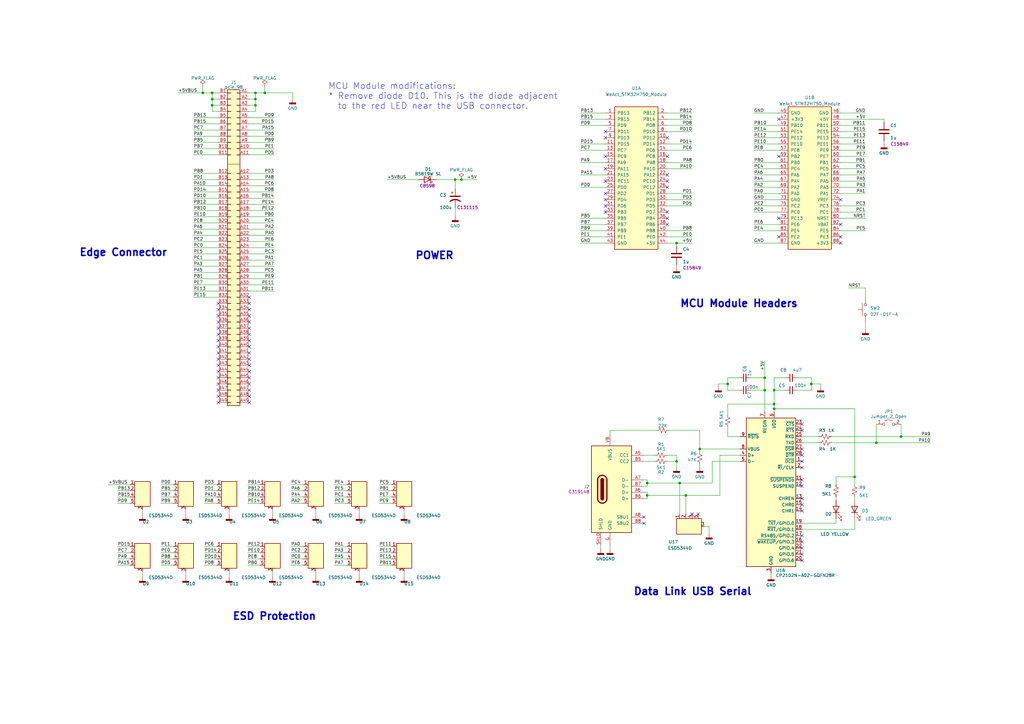
<source format=kicad_sch>
(kicad_sch (version 20230121) (generator eeschema)
  (paper "A3")
  (junction (at 104.775 43.18))
  (junction (at 265.43 203.2))
  (junction (at 298.45 157.48))
  (junction (at 265.43 198.12))
  (junction (at 332.74 157.48))
  (junction (at 108.585 38.1))
  (junction (at 350.52 195.58))
  (junction (at 313.69 154.94))
  (junction (at 317.5 160.02))
  (junction (at 186.69 73.66))
  (junction (at 313.69 160.02))
  (junction (at 278.765 198.12))
  (junction (at 369.57 179.07))
  (junction (at 104.775 38.1))
  (junction (at 287.02 184.15))
  (junction (at 86.995 38.1))
  (junction (at 83.185 38.1))
  (junction (at 277.495 189.23))
  (junction (at 104.775 40.64))
  (junction (at 277.495 99.695))
  (junction (at 359.41 181.61))
  (junction (at 189.23 73.66))
  (junction (at 86.995 43.18))
  (junction (at 317.5 165.735))
  (junction (at 281.305 203.2))
  (junction (at 86.995 40.64))
  (junction (at 317.5 167.64))
  (no_connect (at 89.535 160.02))
  (no_connect (at 89.535 152.4))
  (no_connect (at 328.93 222.25))
  (no_connect (at 273.685 71.755))
  (no_connect (at 283.845 210.82))
  (no_connect (at 344.805 81.915))
  (no_connect (at 102.235 162.56))
  (no_connect (at 89.535 144.78))
  (no_connect (at 102.235 139.7))
  (no_connect (at 89.535 132.08))
  (no_connect (at 248.285 86.995))
  (no_connect (at 102.235 149.86))
  (no_connect (at 344.805 99.695))
  (no_connect (at 328.93 196.85))
  (no_connect (at 89.535 149.86))
  (no_connect (at 328.93 191.77))
  (no_connect (at 344.805 97.155))
  (no_connect (at 248.285 56.515))
  (no_connect (at 248.285 69.215))
  (no_connect (at 89.535 137.16))
  (no_connect (at 273.685 92.075))
  (no_connect (at 248.285 64.135))
  (no_connect (at 319.405 89.535))
  (no_connect (at 328.93 224.79))
  (no_connect (at 328.93 184.15))
  (no_connect (at 102.235 142.24))
  (no_connect (at 89.535 162.56))
  (no_connect (at 89.535 142.24))
  (no_connect (at 89.535 147.32))
  (no_connect (at 102.235 134.62))
  (no_connect (at 89.535 129.54))
  (no_connect (at 89.535 124.46))
  (no_connect (at 102.235 147.32))
  (no_connect (at 319.405 48.895))
  (no_connect (at 273.685 76.835))
  (no_connect (at 102.235 157.48))
  (no_connect (at 248.285 74.295))
  (no_connect (at 102.235 137.16))
  (no_connect (at 286.385 210.82))
  (no_connect (at 328.93 209.55))
  (no_connect (at 328.93 186.69))
  (no_connect (at 89.535 157.48))
  (no_connect (at 102.235 121.92))
  (no_connect (at 102.235 165.1))
  (no_connect (at 248.285 81.915))
  (no_connect (at 102.235 124.46))
  (no_connect (at 264.16 214.63))
  (no_connect (at 328.93 207.01))
  (no_connect (at 328.93 173.99))
  (no_connect (at 102.235 127))
  (no_connect (at 328.93 204.47))
  (no_connect (at 328.93 219.71))
  (no_connect (at 102.235 154.94))
  (no_connect (at 248.285 79.375))
  (no_connect (at 319.405 64.135))
  (no_connect (at 328.93 176.53))
  (no_connect (at 328.93 199.39))
  (no_connect (at 273.685 86.995))
  (no_connect (at 328.93 227.33))
  (no_connect (at 328.93 229.87))
  (no_connect (at 102.235 132.08))
  (no_connect (at 102.235 152.4))
  (no_connect (at 273.685 74.295))
  (no_connect (at 273.685 64.135))
  (no_connect (at 102.235 144.78))
  (no_connect (at 89.535 139.7))
  (no_connect (at 264.16 212.09))
  (no_connect (at 344.805 92.075))
  (no_connect (at 273.685 89.535))
  (no_connect (at 102.235 160.02))
  (no_connect (at 319.405 97.155))
  (no_connect (at 89.535 154.94))
  (no_connect (at 248.285 53.975))
  (no_connect (at 89.535 134.62))
  (no_connect (at 248.285 84.455))
  (no_connect (at 328.93 189.23))
  (no_connect (at 89.535 127))
  (no_connect (at 89.535 165.1))
  (no_connect (at 273.685 56.515))
  (no_connect (at 102.235 129.54))
  (wire (pts (xy 102.235 88.9) (xy 112.395 88.9)))
  (wire (pts (xy 319.405 99.695) (xy 309.245 99.695)))
  (wire (pts (xy 319.405 53.975) (xy 309.245 53.975)))
  (wire (pts (xy 102.235 114.3) (xy 112.395 114.3)))
  (wire (pts (xy 274.32 176.53) (xy 287.02 176.53)))
  (wire (pts (xy 101.6 203.835) (xy 106.68 203.835)))
  (wire (pts (xy 66.04 201.295) (xy 71.12 201.295)))
  (wire (pts (xy 264.16 204.47) (xy 265.43 204.47)))
  (wire (pts (xy 248.285 51.435) (xy 238.125 51.435)))
  (wire (pts (xy 102.235 50.8) (xy 112.395 50.8)))
  (wire (pts (xy 250.19 176.53) (xy 250.19 177.8)))
  (wire (pts (xy 344.805 79.375) (xy 354.965 79.375)))
  (wire (pts (xy 347.98 118.11) (xy 354.965 118.11)))
  (wire (pts (xy 86.995 43.18) (xy 89.535 43.18)))
  (wire (pts (xy 328.93 217.17) (xy 350.52 217.17)))
  (wire (pts (xy 48.26 229.235) (xy 53.34 229.235)))
  (wire (pts (xy 317.5 165.735) (xy 317.5 167.64)))
  (wire (pts (xy 354.965 132.08) (xy 354.965 135.255)))
  (wire (pts (xy 79.375 73.66) (xy 89.535 73.66)))
  (wire (pts (xy 302.895 154.94) (xy 298.45 154.94)))
  (wire (pts (xy 155.575 229.235) (xy 160.655 229.235)))
  (wire (pts (xy 278.765 198.12) (xy 292.1 198.12)))
  (wire (pts (xy 155.575 224.155) (xy 160.655 224.155)))
  (wire (pts (xy 137.16 231.775) (xy 142.24 231.775)))
  (wire (pts (xy 344.805 84.455) (xy 354.965 84.455)))
  (wire (pts (xy 101.6 231.775) (xy 106.68 231.775)))
  (wire (pts (xy 79.375 106.68) (xy 89.535 106.68)))
  (wire (pts (xy 104.775 38.1) (xy 108.585 38.1)))
  (wire (pts (xy 79.375 86.36) (xy 89.535 86.36)))
  (wire (pts (xy 102.235 104.14) (xy 112.395 104.14)))
  (wire (pts (xy 344.805 61.595) (xy 354.965 61.595)))
  (wire (pts (xy 316.23 234.95) (xy 316.23 236.22)))
  (wire (pts (xy 344.805 46.355) (xy 354.965 46.355)))
  (wire (pts (xy 104.775 40.64) (xy 102.235 40.64)))
  (wire (pts (xy 369.57 173.99) (xy 369.57 179.07)))
  (wire (pts (xy 265.43 196.85) (xy 265.43 198.12)))
  (wire (pts (xy 79.375 114.3) (xy 89.535 114.3)))
  (wire (pts (xy 328.93 181.61) (xy 335.915 181.61)))
  (wire (pts (xy 102.235 55.88) (xy 112.395 55.88)))
  (wire (pts (xy 101.6 206.375) (xy 106.68 206.375)))
  (wire (pts (xy 342.9 214.63) (xy 342.9 212.725)))
  (wire (pts (xy 264.16 186.69) (xy 268.605 186.69)))
  (wire (pts (xy 332.74 154.94) (xy 332.74 157.48)))
  (wire (pts (xy 273.685 69.215) (xy 283.845 69.215)))
  (wire (pts (xy 66.04 203.835) (xy 71.12 203.835)))
  (wire (pts (xy 264.16 201.93) (xy 265.43 201.93)))
  (wire (pts (xy 76.2 234.315) (xy 76.2 236.855)))
  (wire (pts (xy 104.775 43.18) (xy 104.775 45.72)))
  (wire (pts (xy 104.775 38.1) (xy 104.775 40.64)))
  (wire (pts (xy 111.76 208.915) (xy 111.76 211.455)))
  (wire (pts (xy 83.82 231.775) (xy 88.9 231.775)))
  (wire (pts (xy 76.2 208.915) (xy 76.2 211.455)))
  (wire (pts (xy 342.9 195.58) (xy 342.9 198.755)))
  (wire (pts (xy 273.685 66.675) (xy 283.845 66.675)))
  (wire (pts (xy 248.285 99.695) (xy 238.125 99.695)))
  (wire (pts (xy 319.405 74.295) (xy 309.245 74.295)))
  (wire (pts (xy 369.57 179.07) (xy 381.635 179.07)))
  (wire (pts (xy 344.805 76.835) (xy 354.965 76.835)))
  (wire (pts (xy 278.765 198.12) (xy 278.765 210.82)))
  (wire (pts (xy 303.53 186.69) (xy 295.275 186.69)))
  (wire (pts (xy 102.235 111.76) (xy 112.395 111.76)))
  (wire (pts (xy 119.38 229.235) (xy 124.46 229.235)))
  (wire (pts (xy 137.16 229.235) (xy 142.24 229.235)))
  (wire (pts (xy 83.82 203.835) (xy 88.9 203.835)))
  (wire (pts (xy 265.43 201.93) (xy 265.43 203.2)))
  (wire (pts (xy 79.375 63.5) (xy 89.535 63.5)))
  (wire (pts (xy 137.16 206.375) (xy 142.24 206.375)))
  (wire (pts (xy 313.69 147.955) (xy 313.69 154.94)))
  (wire (pts (xy 248.285 97.155) (xy 238.125 97.155)))
  (wire (pts (xy 344.805 64.135) (xy 354.965 64.135)))
  (wire (pts (xy 93.98 234.315) (xy 93.98 236.855)))
  (wire (pts (xy 319.405 66.675) (xy 309.245 66.675)))
  (wire (pts (xy 277.495 108.585) (xy 277.495 109.855)))
  (wire (pts (xy 342.9 203.835) (xy 342.9 205.105)))
  (wire (pts (xy 250.19 223.52) (xy 250.19 225.425)))
  (wire (pts (xy 102.235 76.2) (xy 112.395 76.2)))
  (wire (pts (xy 344.805 51.435) (xy 354.965 51.435)))
  (wire (pts (xy 86.995 43.18) (xy 86.995 40.64)))
  (wire (pts (xy 129.54 208.915) (xy 129.54 211.455)))
  (wire (pts (xy 83.82 226.695) (xy 88.9 226.695)))
  (wire (pts (xy 179.07 73.66) (xy 186.69 73.66)))
  (wire (pts (xy 158.75 73.66) (xy 171.45 73.66)))
  (wire (pts (xy 248.285 46.355) (xy 238.125 46.355)))
  (wire (pts (xy 319.405 46.355) (xy 309.245 46.355)))
  (wire (pts (xy 119.38 226.695) (xy 124.46 226.695)))
  (wire (pts (xy 79.375 88.9) (xy 89.535 88.9)))
  (wire (pts (xy 359.41 181.61) (xy 381.635 181.61)))
  (wire (pts (xy 137.16 226.695) (xy 142.24 226.695)))
  (wire (pts (xy 79.375 81.28) (xy 89.535 81.28)))
  (wire (pts (xy 108.585 38.1) (xy 120.015 38.1)))
  (wire (pts (xy 119.38 203.835) (xy 124.46 203.835)))
  (wire (pts (xy 48.26 231.775) (xy 53.34 231.775)))
  (wire (pts (xy 73.025 38.1) (xy 83.185 38.1)))
  (wire (pts (xy 292.1 189.23) (xy 303.53 189.23)))
  (wire (pts (xy 189.23 73.66) (xy 195.58 73.66)))
  (wire (pts (xy 264.16 196.85) (xy 265.43 196.85)))
  (wire (pts (xy 119.38 206.375) (xy 124.46 206.375)))
  (wire (pts (xy 273.685 81.915) (xy 283.845 81.915)))
  (wire (pts (xy 102.235 93.98) (xy 112.395 93.98)))
  (wire (pts (xy 102.235 116.84) (xy 112.395 116.84)))
  (wire (pts (xy 288.925 215.9) (xy 290.83 215.9)))
  (wire (pts (xy 265.43 199.39) (xy 264.16 199.39)))
  (wire (pts (xy 344.805 74.295) (xy 354.965 74.295)))
  (wire (pts (xy 298.45 154.94) (xy 298.45 157.48)))
  (wire (pts (xy 186.69 73.66) (xy 186.69 77.47)))
  (wire (pts (xy 66.04 226.695) (xy 71.12 226.695)))
  (wire (pts (xy 102.235 78.74) (xy 112.395 78.74)))
  (wire (pts (xy 83.82 198.755) (xy 88.9 198.755)))
  (wire (pts (xy 119.38 198.755) (xy 124.46 198.755)))
  (wire (pts (xy 137.16 224.155) (xy 142.24 224.155)))
  (wire (pts (xy 186.69 73.66) (xy 189.23 73.66)))
  (wire (pts (xy 101.6 198.755) (xy 106.68 198.755)))
  (wire (pts (xy 79.375 58.42) (xy 89.535 58.42)))
  (wire (pts (xy 66.04 198.755) (xy 71.12 198.755)))
  (wire (pts (xy 265.43 203.2) (xy 281.305 203.2)))
  (wire (pts (xy 319.405 69.215) (xy 309.245 69.215)))
  (wire (pts (xy 104.775 40.64) (xy 104.775 43.18)))
  (wire (pts (xy 83.82 224.155) (xy 88.9 224.155)))
  (wire (pts (xy 248.285 48.895) (xy 238.125 48.895)))
  (wire (pts (xy 332.74 157.48) (xy 332.74 160.02)))
  (wire (pts (xy 79.375 121.92) (xy 89.535 121.92)))
  (wire (pts (xy 319.405 81.915) (xy 309.245 81.915)))
  (wire (pts (xy 165.735 234.315) (xy 165.735 236.855)))
  (wire (pts (xy 246.38 223.52) (xy 246.38 225.425)))
  (wire (pts (xy 102.235 63.5) (xy 112.395 63.5)))
  (wire (pts (xy 319.405 79.375) (xy 309.245 79.375)))
  (wire (pts (xy 344.805 86.995) (xy 354.965 86.995)))
  (wire (pts (xy 137.16 201.295) (xy 142.24 201.295)))
  (wire (pts (xy 83.82 229.235) (xy 88.9 229.235)))
  (wire (pts (xy 287.02 184.15) (xy 303.53 184.15)))
  (wire (pts (xy 350.52 217.17) (xy 350.52 212.725)))
  (wire (pts (xy 119.38 231.775) (xy 124.46 231.775)))
  (wire (pts (xy 137.16 203.835) (xy 142.24 203.835)))
  (wire (pts (xy 273.685 94.615) (xy 283.845 94.615)))
  (wire (pts (xy 248.285 66.675) (xy 238.125 66.675)))
  (wire (pts (xy 102.235 60.96) (xy 112.395 60.96)))
  (wire (pts (xy 48.26 201.295) (xy 53.34 201.295)))
  (wire (pts (xy 328.93 214.63) (xy 342.9 214.63)))
  (wire (pts (xy 336.55 158.75) (xy 336.55 157.48)))
  (wire (pts (xy 79.375 93.98) (xy 89.535 93.98)))
  (wire (pts (xy 102.235 53.34) (xy 112.395 53.34)))
  (wire (pts (xy 102.235 81.28) (xy 112.395 81.28)))
  (wire (pts (xy 102.235 91.44) (xy 112.395 91.44)))
  (wire (pts (xy 350.52 203.835) (xy 350.52 205.105)))
  (wire (pts (xy 290.83 215.9) (xy 290.83 219.075)))
  (wire (pts (xy 66.04 224.155) (xy 71.12 224.155)))
  (wire (pts (xy 102.235 119.38) (xy 112.395 119.38)))
  (wire (pts (xy 287.02 184.15) (xy 287.02 185.42)))
  (wire (pts (xy 265.43 203.2) (xy 265.43 204.47)))
  (wire (pts (xy 79.375 109.22) (xy 89.535 109.22)))
  (wire (pts (xy 48.26 226.695) (xy 53.34 226.695)))
  (wire (pts (xy 298.45 165.735) (xy 317.5 165.735)))
  (wire (pts (xy 292.1 198.12) (xy 292.1 189.23)))
  (wire (pts (xy 147.32 234.315) (xy 147.32 236.855)))
  (wire (pts (xy 328.93 179.07) (xy 335.915 179.07)))
  (wire (pts (xy 313.69 168.91) (xy 313.69 160.02)))
  (wire (pts (xy 58.42 208.915) (xy 58.42 211.455)))
  (wire (pts (xy 155.575 201.295) (xy 160.655 201.295)))
  (wire (pts (xy 344.805 69.215) (xy 354.965 69.215)))
  (wire (pts (xy 44.45 198.755) (xy 53.34 198.755)))
  (wire (pts (xy 79.375 53.34) (xy 89.535 53.34)))
  (wire (pts (xy 102.235 38.1) (xy 104.775 38.1)))
  (wire (pts (xy 350.52 167.64) (xy 350.52 195.58)))
  (wire (pts (xy 281.305 203.2) (xy 281.305 210.82)))
  (wire (pts (xy 317.5 160.02) (xy 321.945 160.02)))
  (wire (pts (xy 298.45 160.02) (xy 302.895 160.02)))
  (wire (pts (xy 340.995 181.61) (xy 359.41 181.61)))
  (wire (pts (xy 104.775 43.18) (xy 102.235 43.18)))
  (wire (pts (xy 287.02 190.5) (xy 287.02 191.77)))
  (wire (pts (xy 319.405 84.455) (xy 309.245 84.455)))
  (wire (pts (xy 336.55 157.48) (xy 332.74 157.48)))
  (wire (pts (xy 186.69 85.09) (xy 186.69 88.9)))
  (wire (pts (xy 58.42 234.315) (xy 58.42 236.855)))
  (wire (pts (xy 273.685 186.69) (xy 277.495 186.69)))
  (wire (pts (xy 108.585 35.56) (xy 108.585 38.1)))
  (wire (pts (xy 129.54 234.315) (xy 129.54 236.855)))
  (wire (pts (xy 273.685 79.375) (xy 283.845 79.375)))
  (wire (pts (xy 277.495 189.23) (xy 277.495 191.77)))
  (wire (pts (xy 287.02 176.53) (xy 287.02 184.15)))
  (wire (pts (xy 319.405 56.515) (xy 309.245 56.515)))
  (wire (pts (xy 101.6 201.295) (xy 106.68 201.295)))
  (wire (pts (xy 273.685 53.975) (xy 283.845 53.975)))
  (wire (pts (xy 273.685 84.455) (xy 283.845 84.455)))
  (wire (pts (xy 104.775 45.72) (xy 102.235 45.72)))
  (wire (pts (xy 101.6 224.155) (xy 106.68 224.155)))
  (wire (pts (xy 102.235 106.68) (xy 112.395 106.68)))
  (wire (pts (xy 269.24 176.53) (xy 250.19 176.53)))
  (wire (pts (xy 340.995 179.07) (xy 369.57 179.07)))
  (wire (pts (xy 277.495 99.695) (xy 277.495 100.965)))
  (wire (pts (xy 102.235 71.12) (xy 112.395 71.12)))
  (wire (pts (xy 48.26 206.375) (xy 53.34 206.375)))
  (wire (pts (xy 83.82 206.375) (xy 88.9 206.375)))
  (wire (pts (xy 102.235 48.26) (xy 112.395 48.26)))
  (wire (pts (xy 79.375 96.52) (xy 89.535 96.52)))
  (wire (pts (xy 281.305 203.2) (xy 295.275 203.2)))
  (wire (pts (xy 273.685 59.055) (xy 283.845 59.055)))
  (wire (pts (xy 317.5 167.64) (xy 350.52 167.64)))
  (wire (pts (xy 102.235 109.22) (xy 112.395 109.22)))
  (wire (pts (xy 362.585 48.895) (xy 362.585 50.165)))
  (wire (pts (xy 119.38 224.155) (xy 124.46 224.155)))
  (wire (pts (xy 66.04 229.235) (xy 71.12 229.235)))
  (wire (pts (xy 101.6 229.235) (xy 106.68 229.235)))
  (wire (pts (xy 327.025 160.02) (xy 332.74 160.02)))
  (wire (pts (xy 102.235 86.36) (xy 112.395 86.36)))
  (wire (pts (xy 102.235 99.06) (xy 112.395 99.06)))
  (wire (pts (xy 93.98 208.915) (xy 93.98 211.455)))
  (wire (pts (xy 248.285 61.595) (xy 238.125 61.595)))
  (wire (pts (xy 273.685 51.435) (xy 283.845 51.435)))
  (wire (pts (xy 344.805 66.675) (xy 354.965 66.675)))
  (wire (pts (xy 83.82 201.295) (xy 88.9 201.295)))
  (wire (pts (xy 319.405 59.055) (xy 309.245 59.055)))
  (wire (pts (xy 83.185 35.56) (xy 83.185 38.1)))
  (wire (pts (xy 66.04 206.375) (xy 71.12 206.375)))
  (wire (pts (xy 79.375 91.44) (xy 89.535 91.44)))
  (wire (pts (xy 79.375 119.38) (xy 89.535 119.38)))
  (wire (pts (xy 344.805 94.615) (xy 354.965 94.615)))
  (wire (pts (xy 313.69 160.02) (xy 313.69 154.94)))
  (wire (pts (xy 79.375 76.2) (xy 89.535 76.2)))
  (wire (pts (xy 248.285 76.835) (xy 238.125 76.835)))
  (wire (pts (xy 101.6 226.695) (xy 106.68 226.695)))
  (wire (pts (xy 319.405 92.075) (xy 309.245 92.075)))
  (wire (pts (xy 79.375 111.76) (xy 89.535 111.76)))
  (wire (pts (xy 344.805 89.535) (xy 354.965 89.535)))
  (wire (pts (xy 277.495 186.69) (xy 277.495 189.23)))
  (wire (pts (xy 248.285 94.615) (xy 238.125 94.615)))
  (wire (pts (xy 79.375 101.6) (xy 89.535 101.6)))
  (wire (pts (xy 307.975 160.02) (xy 313.69 160.02)))
  (wire (pts (xy 319.405 86.995) (xy 309.245 86.995)))
  (wire (pts (xy 344.805 56.515) (xy 354.965 56.515)))
  (wire (pts (xy 248.285 71.755) (xy 238.125 71.755)))
  (wire (pts (xy 48.26 224.155) (xy 53.34 224.155)))
  (wire (pts (xy 317.5 167.64) (xy 317.5 168.91)))
  (wire (pts (xy 79.375 71.12) (xy 89.535 71.12)))
  (wire (pts (xy 248.285 89.535) (xy 238.125 89.535)))
  (wire (pts (xy 79.375 83.82) (xy 89.535 83.82)))
  (wire (pts (xy 79.375 99.06) (xy 89.535 99.06)))
  (wire (pts (xy 86.995 38.1) (xy 89.535 38.1)))
  (wire (pts (xy 102.235 83.82) (xy 112.395 83.82)))
  (wire (pts (xy 265.43 198.12) (xy 278.765 198.12)))
  (wire (pts (xy 79.375 78.74) (xy 89.535 78.74)))
  (wire (pts (xy 83.185 38.1) (xy 86.995 38.1)))
  (wire (pts (xy 155.575 206.375) (xy 160.655 206.375)))
  (wire (pts (xy 102.235 73.66) (xy 112.395 73.66)))
  (wire (pts (xy 342.9 195.58) (xy 350.52 195.58)))
  (wire (pts (xy 350.52 195.58) (xy 350.52 198.755)))
  (wire (pts (xy 102.235 101.6) (xy 112.395 101.6)))
  (wire (pts (xy 102.235 58.42) (xy 112.395 58.42)))
  (wire (pts (xy 273.685 99.695) (xy 277.495 99.695)))
  (wire (pts (xy 265.43 198.12) (xy 265.43 199.39)))
  (wire (pts (xy 298.45 165.735) (xy 298.45 170.18)))
  (wire (pts (xy 319.405 76.835) (xy 309.245 76.835)))
  (wire (pts (xy 317.5 160.02) (xy 317.5 165.735)))
  (wire (pts (xy 273.685 48.895) (xy 283.845 48.895)))
  (wire (pts (xy 111.76 234.315) (xy 111.76 236.855)))
  (wire (pts (xy 155.575 198.755) (xy 160.655 198.755)))
  (wire (pts (xy 273.685 97.155) (xy 283.845 97.155)))
  (wire (pts (xy 354.965 118.11) (xy 354.965 121.92)))
  (wire (pts (xy 273.685 61.595) (xy 283.845 61.595)))
  (wire (pts (xy 317.5 154.94) (xy 317.5 160.02)))
  (wire (pts (xy 120.015 38.1) (xy 120.015 40.64)))
  (wire (pts (xy 307.975 154.94) (xy 313.69 154.94)))
  (wire (pts (xy 344.805 53.975) (xy 354.965 53.975)))
  (wire (pts (xy 359.41 173.99) (xy 359.41 181.61)))
  (wire (pts (xy 298.45 179.07) (xy 303.53 179.07)))
  (wire (pts (xy 155.575 203.835) (xy 160.655 203.835)))
  (wire (pts (xy 327.025 154.94) (xy 332.74 154.94)))
  (wire (pts (xy 319.405 51.435) (xy 309.245 51.435)))
  (wire (pts (xy 294.64 157.48) (xy 298.45 157.48)))
  (wire (pts (xy 344.805 71.755) (xy 354.965 71.755)))
  (wire (pts (xy 155.575 231.775) (xy 160.655 231.775)))
  (wire (pts (xy 344.805 48.895) (xy 362.585 48.895)))
  (wire (pts (xy 79.375 116.84) (xy 89.535 116.84)))
  (wire (pts (xy 89.535 45.72) (xy 86.995 45.72)))
  (wire (pts (xy 79.375 50.8) (xy 89.535 50.8)))
  (wire (pts (xy 277.495 99.695) (xy 283.845 99.695)))
  (wire (pts (xy 86.995 40.64) (xy 89.535 40.64)))
  (wire (pts (xy 298.45 175.26) (xy 298.45 179.07)))
  (wire (pts (xy 48.26 203.835) (xy 53.34 203.835)))
  (wire (pts (xy 264.16 189.23) (xy 268.605 189.23)))
  (wire (pts (xy 273.685 189.23) (xy 277.495 189.23)))
  (wire (pts (xy 295.275 186.69) (xy 295.275 203.2)))
  (wire (pts (xy 66.04 231.775) (xy 71.12 231.775)))
  (wire (pts (xy 294.64 158.75) (xy 294.64 157.48)))
  (wire (pts (xy 319.405 94.615) (xy 309.245 94.615)))
  (wire (pts (xy 319.405 61.595) (xy 309.245 61.595)))
  (wire (pts (xy 248.285 59.055) (xy 238.125 59.055)))
  (wire (pts (xy 344.805 59.055) (xy 354.965 59.055)))
  (wire (pts (xy 317.5 154.94) (xy 321.945 154.94)))
  (wire (pts (xy 298.45 157.48) (xy 298.45 160.02)))
  (wire (pts (xy 137.16 198.755) (xy 142.24 198.755)))
  (wire (pts (xy 79.375 60.96) (xy 89.535 60.96)))
  (wire (pts (xy 273.685 46.355) (xy 283.845 46.355)))
  (wire (pts (xy 79.375 104.14) (xy 89.535 104.14)))
  (wire (pts (xy 86.995 40.64) (xy 86.995 38.1)))
  (wire (pts (xy 319.405 71.755) (xy 309.245 71.755)))
  (wire (pts (xy 102.235 96.52) (xy 112.395 96.52)))
  (wire (pts (xy 165.735 208.915) (xy 165.735 211.455)))
  (wire (pts (xy 155.575 226.695) (xy 160.655 226.695)))
  (wire (pts (xy 248.285 92.075) (xy 238.125 92.075)))
  (wire (pts (xy 147.32 208.915) (xy 147.32 211.455)))
  (wire (pts (xy 79.375 48.26) (xy 89.535 48.26)))
  (wire (pts (xy 119.38 201.295) (xy 124.46 201.295)))
  (wire (pts (xy 79.375 55.88) (xy 89.535 55.88)))
  (wire (pts (xy 86.995 45.72) (xy 86.995 43.18)))
  (wire (pts (xy 362.585 57.785) (xy 362.585 59.055)))
  (text "ESD Protection" (at 95.25 254.635 0) (effects (font (size 3 3) (thickness 0.6) bold) (justify left bottom)))
  (text "MCU Module Headers" (at 278.765 126.365 0) (effects (font (size 3 3) (thickness 0.6) bold) (justify left bottom)))
  (text "Data Link USB Serial" (at 259.715 244.475 0) (effects (font (size 3 3) (thickness 0.6) bold) (justify left bottom)))
  (text "Edge Connector" (at 32.385 105.41 0) (effects (font (size 3 3) (thickness 0.6) bold) (justify left bottom)))
  (text "POWER" (at 170.18 106.68 0) (effects (font (size 3 3) (thickness 0.6) bold) (justify left bottom)))
  (text "MCU Module modifications:\n* Remove diode D10. This is the diode adjacent\n  to the red LED near the USB connector." (at 134.62 45.085 0) (effects (font (size 2.54 2.54)) (justify left bottom)))
  (label "PB11" (at 112.395 119.38 180))
  (label "PC0" (at 309.245 86.995 0))
  (label "PE1" (at 238.125 97.155 0))
  (label "PE14" (at 309.245 53.975 0))
  (label "+5V" (at 354.965 48.895 180))
  (label "PA9" (at 48.26 229.235 0))
  (label "PD0" (at 238.125 76.835 0))
  (label "PD8" (at 112.395 78.74 180))
  (label "PA1" (at 137.16 224.155 0))
  (label "PA0" (at 119.38 224.155 0))
  (label "PD5" (at 66.04 231.775 0))
  (label "PA2" (at 112.395 93.98 180))
  (label "PB1" (at 79.375 114.3 0))
  (label "PA2" (at 309.245 76.835 0))
  (label "PC6" (at 283.845 61.595 180))
  (label "PC2" (at 119.38 226.695 0))
  (label "PD8" (at 83.82 231.775 0))
  (label "GND" (at 309.245 46.355 0))
  (label "PA15" (at 48.26 231.775 0))
  (label "PE11" (at 112.395 116.84 180))
  (label "PE10" (at 79.375 88.9 0))
  (label "PD10" (at 83.82 229.235 0))
  (label "PE10" (at 309.245 59.055 0))
  (label "PD14" (at 79.375 78.74 0))
  (label "PE15" (at 155.575 229.235 0))
  (label "GND" (at 238.125 99.695 0))
  (label "PA0" (at 112.395 96.52 180))
  (label "PB14" (at 283.845 48.895 180))
  (label "PD1" (at 83.82 201.295 0))
  (label "PA4" (at 119.38 203.835 0))
  (label "PC7" (at 79.375 53.34 0))
  (label "PC0" (at 79.375 101.6 0))
  (label "PD9" (at 112.395 48.26 180))
  (label "+5V" (at 195.58 73.66 180))
  (label "PB5" (at 79.375 58.42 0))
  (label "PA4" (at 309.245 74.295 0))
  (label "PE7" (at 354.965 64.135 180))
  (label "PB0" (at 101.6 231.775 0))
  (label "PB12" (at 79.375 83.82 0))
  (label "PC4" (at 112.395 91.44 180))
  (label "GND" (at 354.965 46.355 180))
  (label "PB9" (at 66.04 206.375 0))
  (label "PD3" (at 112.395 71.12 180))
  (label "PA15" (at 112.395 53.34 180))
  (label "PB5" (at 66.04 201.295 0))
  (label "PA5" (at 354.965 74.295 180))
  (label "PC4" (at 309.245 69.215 0))
  (label "PD14" (at 283.845 59.055 180))
  (label "PB13" (at 79.375 48.26 0))
  (label "PB10" (at 101.6 203.835 0))
  (label "PC7" (at 238.125 61.595 0))
  (label "PC1" (at 79.375 106.68 0))
  (label "PE1" (at 66.04 224.155 0))
  (label "PE14" (at 112.395 83.82 180))
  (label "PC0" (at 119.38 229.235 0))
  (label "PB10" (at 79.375 86.36 0))
  (label "PD15" (at 48.26 224.155 0))
  (label "PC2" (at 79.375 99.06 0))
  (label "PB0" (at 112.395 88.9 180))
  (label "PC6" (at 83.82 224.155 0))
  (label "PD15" (at 112.395 50.8 180))
  (label "NRST" (at 354.965 89.535 180))
  (label "+5V" (at 283.845 99.695 180))
  (label "PE0" (at 283.845 97.155 180))
  (label "PB7" (at 238.125 92.075 0))
  (label "PB8" (at 66.04 229.235 0))
  (label "PD3" (at 283.845 81.915 180))
  (label "PA0" (at 309.245 79.375 0))
  (label "PE12" (at 309.245 56.515 0))
  (label "PA1" (at 112.395 106.68 180))
  (label "PA6" (at 309.245 71.755 0))
  (label "PE8" (at 101.6 229.235 0))
  (label "PD0" (at 112.395 55.88 180))
  (label "PE1" (at 112.395 60.96 180))
  (label "PC1" (at 137.16 203.835 0))
  (label "PA15" (at 238.125 71.755 0))
  (label "PE5" (at 79.375 104.14 0))
  (label "PD15" (at 238.125 59.055 0))
  (label "GND" (at 309.245 99.695 0))
  (label "PA3" (at 79.375 109.22 0))
  (label "PB15" (at 79.375 50.8 0))
  (label "PC5" (at 155.575 198.755 0))
  (label "PD14" (at 83.82 226.695 0))
  (label "PA5" (at 137.16 229.235 0))
  (label "PA8" (at 83.82 206.375 0))
  (label "PE8" (at 79.375 91.44 0))
  (label "+5VBUS" (at 158.75 73.66 0))
  (label "PB15" (at 238.125 48.895 0))
  (label "PE4" (at 309.245 94.615 0))
  (label "PC4" (at 119.38 198.755 0))
  (label "NRST" (at 347.98 118.11 0))
  (label "PB8" (at 79.375 71.12 0))
  (label "PE7" (at 155.575 203.835 0))
  (label "PA1" (at 354.965 79.375 180))
  (label "PE5" (at 137.16 201.295 0))
  (label "PB10" (at 309.245 51.435 0))
  (label "PE4" (at 137.16 198.755 0))
  (label "PB13" (at 48.26 201.295 0))
  (label "PE12" (at 101.6 224.155 0))
  (label "PE13" (at 354.965 56.515 180))
  (label "PD9" (at 48.26 206.375 0))
  (label "PA3" (at 137.16 226.695 0))
  (label "PA10" (at 79.375 76.2 0))
  (label "PD0" (at 66.04 198.755 0))
  (label "PA5" (at 79.375 111.76 0))
  (label "PE0" (at 79.375 63.5 0))
  (label "PB11" (at 354.965 51.435 180))
  (label "PE4" (at 112.395 101.6 180))
  (label "PE8" (at 309.245 61.595 0))
  (label "PE0" (at 66.04 226.695 0))
  (label "PA3" (at 354.965 76.835 180))
  (label "PE14" (at 101.6 206.375 0))
  (label "GND" (at 309.245 81.915 0))
  (label "PA10" (at 283.845 69.215 180))
  (label "PC2" (at 309.245 84.455 0))
  (label "PB15" (at 48.26 203.835 0))
  (label "PD5" (at 283.845 84.455 180))
  (label "PE5" (at 354.965 94.615 180))
  (label "PB14" (at 112.395 81.28 180))
  (label "PE6" (at 309.245 92.075 0))
  (label "PD5" (at 112.395 63.5 180))
  (label "PB1" (at 155.575 201.295 0))
  (label "PE13" (at 79.375 119.38 0))
  (label "PB12" (at 283.845 46.355 180))
  (label "PA8" (at 283.845 66.675 180))
  (label "PA10" (at 83.82 203.835 0))
  (label "PE6" (at 119.38 231.775 0))
  (label "PA4" (at 79.375 96.52 0))
  (label "PC3" (at 112.395 104.14 180))
  (label "PA9" (at 79.375 55.88 0))
  (label "PE7" (at 79.375 116.84 0))
  (label "PA7" (at 112.395 109.22 180))
  (label "PE11" (at 354.965 59.055 180))
  (label "PE9" (at 155.575 206.375 0))
  (label "PE15" (at 79.375 121.92 0))
  (label "+5V" (at 313.69 147.955 270))
  (label "PC6" (at 112.395 76.2 180))
  (label "PB7" (at 79.375 60.96 0))
  (label "PD1" (at 283.845 79.375 180))
  (label "PD10" (at 283.845 53.975 180))
  (label "PC5" (at 112.395 111.76 180))
  (label "PD3" (at 83.82 198.755 0))
  (label "PB5" (at 238.125 89.535 0))
  (label "PD8" (at 283.845 51.435 180))
  (label "PC5" (at 354.965 69.215 180))
  (label "PD10" (at 79.375 81.28 0))
  (label "PA9" (at 381.635 179.07 180))
  (label "PE9" (at 112.395 114.3 180))
  (label "PB14" (at 101.6 198.755 0))
  (label "PA2" (at 119.38 206.375 0))
  (label "PC3" (at 354.965 84.455 180))
  (label "PA10" (at 381.635 181.61 180))
  (label "+5VBUS" (at 73.025 38.1 0))
  (label "PB8" (at 283.845 94.615 180))
  (label "PE11" (at 155.575 224.155 0))
  (label "PE12" (at 112.395 86.36 180))
  (label "PD1" (at 79.375 73.66 0))
  (label "PE15" (at 354.965 53.975 180))
  (label "PB1" (at 354.965 66.675 180))
  (label "PB11" (at 155.575 231.775 0))
  (label "PB9" (at 238.125 94.615 0))
  (label "+5VBUS" (at 44.45 198.755 0))
  (label "PB7" (at 66.04 203.835 0))
  (label "PA9" (at 238.125 66.675 0))
  (label "PC3" (at 137.16 206.375 0))
  (label "PA6" (at 119.38 201.295 0))
  (label "PE6" (at 112.395 99.06 180))
  (label "PA8" (at 112.395 73.66 180))
  (label "PD9" (at 238.125 51.435 0))
  (label "PB12" (at 101.6 201.295 0))
  (label "PE13" (at 155.575 226.695 0))
  (label "PB13" (at 238.125 46.355 0))
  (label "PC1" (at 354.965 86.995 180))
  (label "PA7" (at 354.965 71.755 180))
  (label "PA7" (at 137.16 231.775 0))
  (label "PE9" (at 354.965 61.595 180))
  (label "PB0" (at 309.245 66.675 0))
  (label "PA6" (at 79.375 93.98 0))
  (label "PB9" (at 112.395 58.42 180))
  (label "PC7" (at 48.26 226.695 0))
  (label "PE10" (at 101.6 226.695 0))
  (symbol (lib_id "Device:LED") (at 342.9 208.915 90) (unit 1)
    (property "Reference" "D2" (at 338.455 210.82 90) (effects (justify right)))
    (property "Value" "LED YELLOW" (at 336.55 219.075 90) (effects (justify right)))
    (property "Footprint" "LED_SMD:LED_0603_1608Metric" (effects hide))
    (property "LCSC" "C72038" (effects hide))
  )
  (symbol (lib_id "common:GND") (at 129.54 211.455 0) (unit 1)
    (property "Reference" "#PWR010" (effects hide))
    (property "Value" "GND" (effects hide))
  )
  (symbol (lib_id "Device:R_Small_US") (at 350.52 201.295 180) (unit 1)
    (property "Reference" "R9" (at 353.695 200.025 0))
    (property "Value" "5K1" (at 354.33 203.2 0))
    (property "Footprint" "Resistor_SMD:R_0603_1608Metric" (effects hide))
    (property "LCSC" "C23186" (effects hide))
  )
  (symbol (lib_id "common:GND") (at 287.02 191.77 0) (unit 1)
    (property "Reference" "#PWR028" (effects hide))
    (property "Value" "GND" (at 287.02 195.5245 0))
  )
  (symbol (lib_id "common:GND") (at 93.98 236.855 0) (unit 1)
    (property "Reference" "#PWR015" (effects hide))
    (property "Value" "GND" (effects hide))
  )
  (symbol (lib_id "common:GND") (at 165.735 211.455 0) (unit 1)
    (property "Reference" "#PWR012" (effects hide))
    (property "Value" "GND" (effects hide))
  )
  (symbol (lib_id "common:ESD5344D") (at 165.735 203.835 0) (unit 1)
    (property "Reference" "U8" (at 165.735 213.995 0) (effects (justify left)))
    (property "Value" "ESD5344D" (at 170.815 211.455 0) (effects (justify left)))
    (property "Footprint" "common:Diodes_UDFN-10_1.0x2.5mm_P0.5mm" (effects hide))
    (property "Datasheet" "https://datasheet.lcsc.com/lcsc/2202132030_TECH-PUBLIC-ESD5344D-TP_C2841840.pdf" (effects hide))
    (property "LCSC" "C2841840" (effects hide))
  )
  (symbol (lib_id "common:GND") (at 111.76 211.455 0) (unit 1)
    (property "Reference" "#PWR09" (effects hide))
    (property "Value" "GND" (effects hide))
  )
  (symbol (lib_id "Device:R_Small_US") (at 342.9 201.295 180) (unit 1)
    (property "Reference" "R8" (at 339.725 199.39 0))
    (property "Value" "5K1" (at 339.09 202.565 0))
    (property "Footprint" "Resistor_SMD:R_0603_1608Metric" (effects hide))
    (property "LCSC" "C23186" (effects hide))
  )
  (symbol (lib_id "Device:C") (at 277.495 104.775 0) (unit 1)
    (property "Reference" "C4" (at 280.035 102.235 0) (effects (justify left)))
    (property "Value" "1u" (at 280.035 107.315 0) (effects (justify left)))
    (property "Footprint" "Capacitor_SMD:C_0603_1608Metric" (effects hide))
    (property "Datasheet" "https://datasheet.lcsc.com/lcsc/1811082114_YAGEO-CC0603ZRY5V7BB105_C106219.pdf" (effects hide))
    (property "LCSC" "C15849" (at 283.845 109.855 0))
  )
  (symbol (lib_id "common:PCIE_98_EDGE") (at 94.615 76.2 0) (unit 1)
    (property "Reference" "J1" (at 95.885 33.8201 0))
    (property "Value" "pcie_98" (at 95.885 35.7411 0))
    (property "Footprint" "common:PCIE_98_CARD" (effects hide))
    (property "LCSC" "DNP" (effects hide))
  )
  (symbol (lib_id "common:GND") (at 111.76 236.855 0) (unit 1)
    (property "Reference" "#PWR016" (effects hide))
    (property "Value" "GND" (effects hide))
  )
  (symbol (lib_id "common:GND") (at 147.32 236.855 0) (unit 1)
    (property "Reference" "#PWR018" (effects hide))
    (property "Value" "GND" (effects hide))
  )
  (symbol (lib_id "controller:WeAct_STM32H750_Module") (at 332.105 71.755 0) (unit 2)
    (property "Reference" "U1" (at 332.105 40.005 0))
    (property "Value" "WeAct_STM32H750_Module" (at 332.105 42.545 0))
    (property "Footprint" "controller:weact_stm32fh750" (effects hide))
    (property "Datasheet" "https://github.com/WeActStudio/MiniSTM32H7xx" (effects hide))
    (property "LCSC" "DNP" (effects hide))
  )
  (symbol (lib_id "power:PWR_FLAG") (at 83.185 35.56 0) (unit 1)
    (property "Reference" "#FLG01" (effects hide))
    (property "Value" "PWR_FLAG" (at 83.185 32.0581 0))
  )
  (symbol (lib_id "Device:C_Small") (at 324.485 160.02 90) (unit 1)
    (property "Reference" "C5" (at 320.675 158.115 90))
    (property "Value" "100n" (at 328.295 158.115 90))
    (property "Footprint" "Capacitor_SMD:C_0603_1608Metric" (effects hide))
    (property "LCSC" "C14663" (effects hide))
  )
  (symbol (lib_id "Jumper:Jumper_2_Open") (at 364.49 173.99 0) (unit 1)
    (property "Reference" "JP1" (at 364.49 168.759 0))
    (property "Value" "Jumper_2_Open" (at 364.49 170.807 0))
    (property "Footprint" "Connector_PinHeader_2.54mm:PinHeader_1x02_P2.54mm_Vertical" (effects hide))
    (property "LCSC" "DNP" (effects hide))
  )
  (symbol (lib_id "common:GND") (at 336.55 158.75 0) (unit 1)
    (property "Reference" "#PWR023" (effects hide))
    (property "Value" "GND" (at 336.55 162.5045 0))
  )
  (symbol (lib_id "controller:USB_C_Receptacle_USB2.0") (at 248.92 200.66 0) (unit 1)
    (property "Reference" "J2" (at 241.808 199.636 0) (effects (justify right)))
    (property "Value" "USB_C_Receptacle_USB2.0" (effects hide))
    (property "Footprint" "controller:USB_C_Receptacle_XKB_U262-16XN-4BVC11" (effects hide))
    (property "Datasheet" "https://www.usb.org/sites/default/files/documents/usb_type-c.zip" (effects hide))
    (property "LCSC" "C319148" (at 241.808 201.684 0) (effects (justify right)))
  )
  (symbol (lib_id "common:GND") (at 277.495 191.77 0) (unit 1)
    (property "Reference" "#PWR020" (effects hide))
    (property "Value" "GND" (at 277.495 195.5245 0))
  )
  (symbol (lib_id "Switch:SW_Push") (at 354.965 127 90) (unit 1)
    (property "Reference" "SW2" (at 356.87 126.365 90) (effects (justify right)))
    (property "Value" "D2F-01F-A\n" (at 356.87 128.905 90) (effects (justify right)))
    (property "Footprint" "controller:microswitch" (effects hide))
    (property "LCSC" "C726013" (effects hide))
  )
  (symbol (lib_id "common:GND") (at 316.23 236.22 0) (unit 1)
    (property "Reference" "#PWR027" (effects hide))
    (property "Value" "GND" (at 316.23 239.9745 0))
  )
  (symbol (lib_id "common:GND") (at 58.42 236.855 0) (unit 1)
    (property "Reference" "#PWR013" (effects hide))
    (property "Value" "GND" (effects hide))
  )
  (symbol (lib_id "controller:CP2102N-A01-GQFN28-Interface_USB") (at 316.23 201.93 0) (unit 1)
    (property "Reference" "U16" (at 318.1859 233.942 0) (effects (justify left)))
    (property "Value" "CP2102N-A02-GQFN28R" (at 318.1859 235.99 0) (effects (justify left)))
    (property "Footprint" "controller:QFN-28-1EP_5x5mm_P0.5mm_EP3.35x3.35mm" (effects hide))
    (property "LCSC" "C964632" (effects hide))
  )
  (symbol (lib_id "Device:R_Small_US") (at 271.145 189.23 90) (unit 1)
    (property "Reference" "R2" (at 271.145 193.675 90))
    (property "Value" "5K1" (at 271.145 191.77 90))
    (property "Footprint" "Resistor_SMD:R_0603_1608Metric" (effects hide))
    (property "LCSC" "C23186" (effects hide))
  )
  (symbol (lib_id "common:ESD5344D") (at 76.2 203.835 0) (unit 1)
    (property "Reference" "U3" (at 76.2 213.995 0) (effects (justify left)))
    (property "Value" "ESD5344D" (at 81.28 211.455 0) (effects (justify left)))
    (property "Footprint" "common:Diodes_UDFN-10_1.0x2.5mm_P0.5mm" (effects hide))
    (property "Datasheet" "https://datasheet.lcsc.com/lcsc/2202132030_TECH-PUBLIC-ESD5344D-TP_C2841840.pdf" (effects hide))
    (property "LCSC" "C2841840" (effects hide))
  )
  (symbol (lib_id "common:GND") (at 120.015 40.64 0) (unit 1)
    (property "Reference" "#PWR01" (effects hide))
    (property "Value" "GND" (at 120.015 44.3945 0))
  )
  (symbol (lib_id "common:ESD5344D") (at 165.735 229.235 0) (unit 1)
    (property "Reference" "U15" (at 165.735 239.395 0) (effects (justify left)))
    (property "Value" "ESD5344D" (at 170.815 236.855 0) (effects (justify left)))
    (property "Footprint" "common:Diodes_UDFN-10_1.0x2.5mm_P0.5mm" (effects hide))
    (property "Datasheet" "https://datasheet.lcsc.com/lcsc/2202132030_TECH-PUBLIC-ESD5344D-TP_C2841840.pdf" (effects hide))
    (property "LCSC" "C2841840" (effects hide))
  )
  (symbol (lib_id "Device:C_Small") (at 324.485 154.94 90) (unit 1)
    (property "Reference" "C8" (at 321.31 151.765 90))
    (property "Value" "4u7" (at 327.025 151.765 90))
    (property "Footprint" "Capacitor_SMD:C_0603_1608Metric" (effects hide))
    (property "LCSC" "C19666" (effects hide))
  )
  (symbol (lib_id "common:GND") (at 129.54 236.855 0) (unit 1)
    (property "Reference" "#PWR017" (effects hide))
    (property "Value" "GND" (effects hide))
  )
  (symbol (lib_id "common:GND") (at 165.735 236.855 0) (unit 1)
    (property "Reference" "#PWR019" (effects hide))
    (property "Value" "GND" (effects hide))
  )
  (symbol (lib_id "Device:R_Small_US") (at 271.145 186.69 90) (unit 1)
    (property "Reference" "R1" (at 271.145 182.245 90))
    (property "Value" "5K1" (at 271.145 184.15 90))
    (property "Footprint" "Resistor_SMD:R_0603_1608Metric" (effects hide))
    (property "LCSC" "C23186" (effects hide))
  )
  (symbol (lib_id "Device:C_Small") (at 305.435 160.02 90) (unit 1)
    (property "Reference" "C7" (at 307.34 160.655 0) (effects (justify right)))
    (property "Value" "100n" (at 306.07 158.75 90) (effects (justify right)))
    (property "Footprint" "Capacitor_SMD:C_0603_1608Metric" (effects hide))
    (property "LCSC" "C14663" (effects hide))
  )
  (symbol (lib_id "common:GND") (at 246.38 225.425 0) (unit 1)
    (property "Reference" "#PWR021" (effects hide))
    (property "Value" "GND" (at 246.38 229.1795 0))
  )
  (symbol (lib_id "Device:R_Small_US") (at 287.02 187.96 180) (unit 1)
    (property "Reference" "R6" (at 284.48 186.055 0))
    (property "Value" "47K" (at 283.845 188.595 0))
    (property "Footprint" "Resistor_SMD:R_0603_1608Metric" (effects hide))
    (property "LCSC" "C25819" (effects hide))
  )
  (symbol (lib_id "common:ESD5344D") (at 58.42 203.835 0) (unit 1)
    (property "Reference" "U2" (at 58.42 213.995 0) (effects (justify left)))
    (property "Value" "ESD5344D" (at 60.96 211.455 0) (effects (justify left)))
    (property "Footprint" "common:Diodes_UDFN-10_1.0x2.5mm_P0.5mm" (effects hide))
    (property "Datasheet" "https://datasheet.lcsc.com/lcsc/2202132030_TECH-PUBLIC-ESD5344D-TP_C2841840.pdf" (effects hide))
    (property "LCSC" "C2841840" (effects hide))
  )
  (symbol (lib_id "power:PWR_FLAG") (at 108.585 35.56 0) (unit 1)
    (property "Reference" "#FLG02" (effects hide))
    (property "Value" "PWR_FLAG" (at 108.585 32.0581 0))
  )
  (symbol (lib_id "common:ESD5344D") (at 58.42 229.235 0) (unit 1)
    (property "Reference" "U9" (at 58.42 239.395 0) (effects (justify left)))
    (property "Value" "ESD5344D" (at 60.96 236.855 0) (effects (justify left)))
    (property "Footprint" "common:Diodes_UDFN-10_1.0x2.5mm_P0.5mm" (effects hide))
    (property "Datasheet" "https://datasheet.lcsc.com/lcsc/2202132030_TECH-PUBLIC-ESD5344D-TP_C2841840.pdf" (effects hide))
    (property "LCSC" "C2841840" (effects hide))
  )
  (symbol (lib_id "common:GND") (at 76.2 211.455 0) (unit 1)
    (property "Reference" "#PWR07" (effects hide))
    (property "Value" "GND" (effects hide))
  )
  (symbol (lib_id "controller:WeAct_STM32H750_Module") (at 260.985 71.755 0) (unit 1)
    (property "Reference" "U1" (at 260.985 36.195 0))
    (property "Value" "WeAct_STM32H750_Module" (at 260.985 38.735 0))
    (property "Footprint" "controller:weact_stm32fh750" (effects hide))
    (property "Datasheet" "https://github.com/WeActStudio/MiniSTM32H7xx" (effects hide))
    (property "LCSC" "DNP" (effects hide))
  )
  (symbol (lib_id "common:ESD5344D") (at 147.32 203.835 0) (unit 1)
    (property "Reference" "U7" (at 147.32 213.995 0) (effects (justify left)))
    (property "Value" "ESD5344D" (at 152.4 211.455 0) (effects (justify left)))
    (property "Footprint" "common:Diodes_UDFN-10_1.0x2.5mm_P0.5mm" (effects hide))
    (property "Datasheet" "https://datasheet.lcsc.com/lcsc/2202132030_TECH-PUBLIC-ESD5344D-TP_C2841840.pdf" (effects hide))
    (property "LCSC" "C2841840" (effects hide))
  )
  (symbol (lib_id "Device:D_Schottky") (at 175.26 73.66 180) (unit 1)
    (property "Reference" "D1" (at 175.5775 69.3801 0))
    (property "Value" "B5819W SL" (at 175.5775 71.3011 0))
    (property "Footprint" "Diode_SMD:D_SOD-123" (effects hide))
    (property "Datasheet" "https://datasheet.lcsc.com/lcsc/1809140216_Jiangsu-Changjing-Electronics-Technology-Co---Ltd--B5819W-SL_C8598.pdf" (effects hide))
    (property "LCSC" "C8598" (at 175.26 76.2 0))
  )
  (symbol (lib_id "common:GND") (at 93.98 211.455 0) (unit 1)
    (property "Reference" "#PWR08" (effects hide))
    (property "Value" "GND" (effects hide))
  )
  (symbol (lib_id "Device:R_Small_US") (at 338.455 179.07 90) (unit 1)
    (property "Reference" "R3" (at 337.185 176.53 90))
    (property "Value" "1K" (at 340.995 176.53 90))
    (property "Footprint" "Resistor_SMD:R_0603_1608Metric" (effects hide))
    (property "LCSC" "C21190" (effects hide))
  )
  (symbol (lib_id "common:GND") (at 277.495 109.855 0) (unit 1)
    (property "Reference" "#PWR05" (effects hide))
    (property "Value" "GND" (at 277.495 113.6095 0))
  )
  (symbol (lib_id "common:ESD5344D") (at 93.98 203.835 0) (unit 1)
    (property "Reference" "U4" (at 93.98 213.995 0) (effects (justify left)))
    (property "Value" "ESD5344D" (at 99.06 211.455 0) (effects (justify left)))
    (property "Footprint" "common:Diodes_UDFN-10_1.0x2.5mm_P0.5mm" (effects hide))
    (property "Datasheet" "https://datasheet.lcsc.com/lcsc/2202132030_TECH-PUBLIC-ESD5344D-TP_C2841840.pdf" (effects hide))
    (property "LCSC" "C2841840" (effects hide))
  )
  (symbol (lib_id "Device:R_Small_US") (at 298.45 172.72 180) (unit 1)
    (property "Reference" "R5" (at 295.91 173.99 90))
    (property "Value" "5K1" (at 295.91 170.18 90))
    (property "Footprint" "Resistor_SMD:R_0603_1608Metric" (effects hide))
    (property "LCSC" "C23186" (effects hide))
  )
  (symbol (lib_id "Device:C") (at 362.585 53.975 0) (unit 1)
    (property "Reference" "C1" (at 365.125 51.435 0) (effects (justify left)))
    (property "Value" "1u" (at 365.125 56.515 0) (effects (justify left)))
    (property "Footprint" "Capacitor_SMD:C_0603_1608Metric" (effects hide))
    (property "Datasheet" "https://datasheet.lcsc.com/lcsc/1811082114_YAGEO-CC0603ZRY5V7BB105_C106219.pdf" (effects hide))
    (property "LCSC" "C15849" (at 368.935 59.055 0))
  )
  (symbol (lib_id "common:ESD5344D") (at 76.2 229.235 0) (unit 1)
    (property "Reference" "U10" (at 76.2 239.395 0) (effects (justify left)))
    (property "Value" "ESD5344D" (at 81.28 236.855 0) (effects (justify left)))
    (property "Footprint" "common:Diodes_UDFN-10_1.0x2.5mm_P0.5mm" (effects hide))
    (property "Datasheet" "https://datasheet.lcsc.com/lcsc/2202132030_TECH-PUBLIC-ESD5344D-TP_C2841840.pdf" (effects hide))
    (property "LCSC" "C2841840" (effects hide))
  )
  (symbol (lib_id "common:ESD5344D") (at 111.76 229.235 0) (unit 1)
    (property "Reference" "U12" (at 111.76 239.395 0) (effects (justify left)))
    (property "Value" "ESD5344D" (at 114.3 236.855 0) (effects (justify left)))
    (property "Footprint" "common:Diodes_UDFN-10_1.0x2.5mm_P0.5mm" (effects hide))
    (property "Datasheet" "https://datasheet.lcsc.com/lcsc/2202132030_TECH-PUBLIC-ESD5344D-TP_C2841840.pdf" (effects hide))
    (property "LCSC" "C2841840" (effects hide))
  )
  (symbol (lib_id "common:GND") (at 186.69 88.9 0) (unit 1)
    (property "Reference" "#PWR04" (effects hide))
    (property "Value" "GND" (at 186.69 92.6545 0))
  )
  (symbol (lib_id "common:GND") (at 76.2 236.855 0) (unit 1)
    (property "Reference" "#PWR014" (effects hide))
    (property "Value" "GND" (effects hide))
  )
  (symbol (lib_id "common:ESD5344D") (at 111.76 203.835 0) (unit 1)
    (property "Reference" "U5" (at 111.76 213.995 0) (effects (justify left)))
    (property "Value" "ESD5344D" (at 114.3 211.455 0) (effects (justify left)))
    (property "Footprint" "common:Diodes_UDFN-10_1.0x2.5mm_P0.5mm" (effects hide))
    (property "Datasheet" "https://datasheet.lcsc.com/lcsc/2202132030_TECH-PUBLIC-ESD5344D-TP_C2841840.pdf" (effects hide))
    (property "LCSC" "C2841840" (effects hide))
  )
  (symbol (lib_id "common:GND") (at 58.42 211.455 0) (unit 1)
    (property "Reference" "#PWR06" (effects hide))
    (property "Value" "GND" (effects hide))
  )
  (symbol (lib_id "common:GND") (at 354.965 135.255 0) (unit 1)
    (property "Reference" "#PWR026" (effects hide))
    (property "Value" "GND" (at 354.965 139.0095 0))
  )
  (symbol (lib_id "common:ESD5344D") (at 93.98 229.235 0) (unit 1)
    (property "Reference" "U11" (at 93.98 239.395 0) (effects (justify left)))
    (property "Value" "ESD5344D" (at 99.06 236.855 0) (effects (justify left)))
    (property "Footprint" "common:Diodes_UDFN-10_1.0x2.5mm_P0.5mm" (effects hide))
    (property "Datasheet" "https://datasheet.lcsc.com/lcsc/2202132030_TECH-PUBLIC-ESD5344D-TP_C2841840.pdf" (effects hide))
    (property "LCSC" "C2841840" (effects hide))
  )
  (symbol (lib_id "common:GND") (at 294.64 158.75 0) (unit 1)
    (property "Reference" "#PWR025" (effects hide))
    (property "Value" "GND" (at 294.64 162.5045 0))
  )
  (symbol (lib_id "common:GND") (at 362.585 59.055 0) (unit 1)
    (property "Reference" "#PWR02" (effects hide))
    (property "Value" "GND" (at 362.585 62.8095 0))
  )
  (symbol (lib_id "common:GND") (at 290.83 219.075 0) (unit 1)
    (property "Reference" "#PWR024" (effects hide))
    (property "Value" "GND" (at 290.83 222.8295 0))
  )
  (symbol (lib_id "Device:R_Small_US") (at 271.78 176.53 270) (unit 1)
    (property "Reference" "R7" (at 271.145 172.085 90))
    (property "Value" "22K" (at 271.78 174.625 90))
    (property "Footprint" "Resistor_SMD:R_0603_1608Metric" (effects hide))
    (property "LCSC" "C31850" (effects hide))
  )
  (symbol (lib_id "common:ESD5344D") (at 147.32 229.235 0) (unit 1)
    (property "Reference" "U14" (at 147.32 239.395 0) (effects (justify left)))
    (property "Value" "ESD5344D" (at 152.4 236.855 0) (effects (justify left)))
    (property "Footprint" "common:Diodes_UDFN-10_1.0x2.5mm_P0.5mm" (effects hide))
    (property "Datasheet" "https://datasheet.lcsc.com/lcsc/2202132030_TECH-PUBLIC-ESD5344D-TP_C2841840.pdf" (effects hide))
    (property "LCSC" "C2841840" (effects hide))
  )
  (symbol (lib_id "common:ESD5344D") (at 129.54 229.235 0) (unit 1)
    (property "Reference" "U13" (at 129.54 239.395 0) (effects (justify left)))
    (property "Value" "ESD5344D" (at 134.62 236.855 0) (effects (justify left)))
    (property "Footprint" "common:Diodes_UDFN-10_1.0x2.5mm_P0.5mm" (effects hide))
    (property "Datasheet" "https://datasheet.lcsc.com/lcsc/2202132030_TECH-PUBLIC-ESD5344D-TP_C2841840.pdf" (effects hide))
    (property "LCSC" "C2841840" (effects hide))
  )
  (symbol (lib_id "Device:C_Polarized_US") (at 186.69 81.28 0) (unit 1)
    (property "Reference" "C3" (at 180.34 80.01 0) (effects (justify left)))
    (property "Value" "100u" (at 180.34 85.09 0) (effects (justify left)))
    (property "Footprint" "controller:CP_Elec_5x5.4_JLCPCB" (effects hide))
    (property "Datasheet" "https://datasheet.lcsc.com/lcsc/2202252030_ROQANG-RVE1A101M0505_C131115.pdf" (effects hide))
    (property "LCSC" "C131115" (at 191.77 85.09 0))
  )
  (symbol (lib_id "Device:C_Small") (at 305.435 154.94 90) (unit 1)
    (property "Reference" "C6" (at 305.435 149.86 0) (effects (justify right)))
    (property "Value" "1u" (at 307.34 151.765 0) (effects (justify right)))
    (property "Footprint" "Capacitor_SMD:C_0603_1608Metric" (effects hide))
    (property "LCSC" "C15849" (effects hide))
  )
  (symbol (lib_id "Device:LED") (at 350.52 208.915 90) (unit 1)
    (property "Reference" "D3" (at 353.441 209.4785 90) (effects (justify right)))
    (property "Value" "LED_GREEN" (at 354.965 212.725 90) (effects (justify right)))
    (property "Footprint" "LED_SMD:LED_0603_1608Metric" (effects hide))
    (property "LCSC" "C72043" (effects hide))
  )
  (symbol (lib_id "common:ESD5344D") (at 129.54 203.835 0) (unit 1)
    (property "Reference" "U6" (at 129.54 213.995 0) (effects (justify left)))
    (property "Value" "ESD5344D" (at 134.62 211.455 0) (effects (justify left)))
    (property "Footprint" "common:Diodes_UDFN-10_1.0x2.5mm_P0.5mm" (effects hide))
    (property "Datasheet" "https://datasheet.lcsc.com/lcsc/2202132030_TECH-PUBLIC-ESD5344D-TP_C2841840.pdf" (effects hide))
    (property "LCSC" "C2841840" (effects hide))
  )
  (symbol (lib_id "common:GND") (at 250.19 225.425 0) (unit 1)
    (property "Reference" "#PWR022" (effects hide))
    (property "Value" "GND" (at 250.19 229.1795 0))
  )
  (symbol (lib_id "Device:R_Small_US") (at 338.455 181.61 90) (unit 1)
    (property "Reference" "R4" (at 337.185 184.15 90))
    (property "Value" "1K" (at 341.63 184.15 90))
    (property "Footprint" "Resistor_SMD:R_0603_1608Metric" (effects hide))
    (property "LCSC" "C21190" (effects hide))
  )
  (symbol (lib_id "common:GND") (at 147.32 211.455 0) (unit 1)
    (property "Reference" "#PWR011" (effects hide))
    (property "Value" "GND" (effects hide))
  )
  (symbol (lib_id "power:PWR_FLAG") (at 189.23 73.66 0) (unit 1)
    (property "Reference" "#FLG03" (effects hide))
    (property "Value" "PWR_FLAG" (at 189.23 69.715 0))
  )
  (symbol (lib_id "common:ESD5344D") (at 283.845 215.9 90) (mirror x) (unit 1)
    (property "Reference" "U17" (at 278.13 222.25 90) (effects (justify left)))
    (property "Value" "ESD5344D" (at 283.845 224.79 90) (effects (justify left)))
    (property "Footprint" "common:Diodes_UDFN-10_1.0x2.5mm_P0.5mm" (effects hide))
    (property "Datasheet" "https://datasheet.lcsc.com/lcsc/2202132030_TECH-PUBLIC-ESD5344D-TP_C2841840.pdf" (effects hide))
    (property "LCSC" "C2841840" (effects hide))
  )
)
</source>
